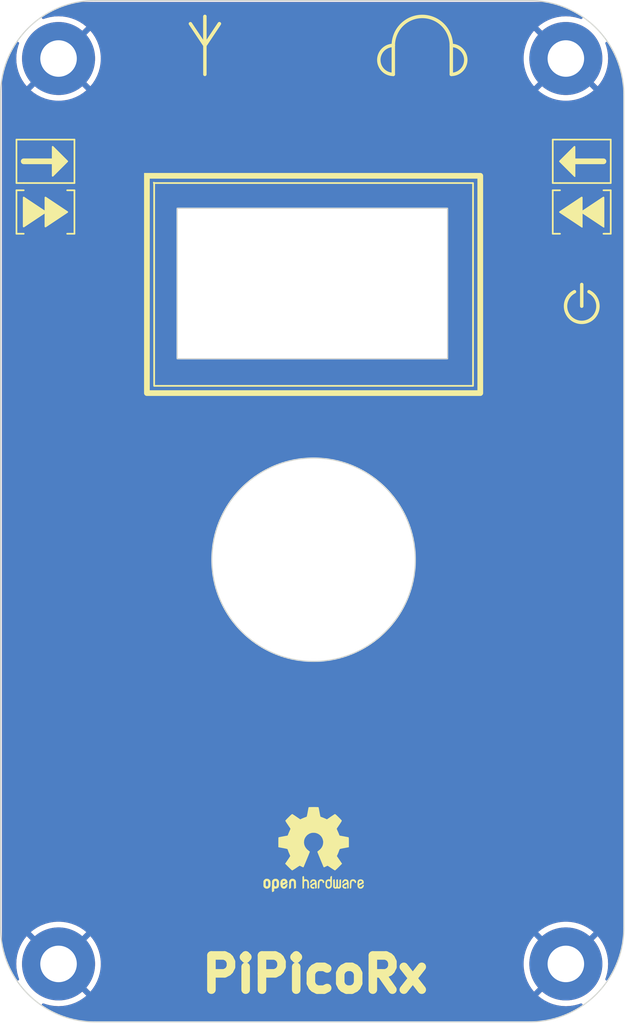
<source format=kicad_pcb>
(kicad_pcb (version 20221018) (generator pcbnew)
  (layers (0 "F.Cu" signal) (31 "B.Cu" signal) (34 "B.Paste" user) (35 "F.Paste" user) (36 "B.SilkS" user "B.Silkscreen") (37 "F.SilkS" user "F.Silkscreen") (38 "B.Mask" user) (39 "F.Mask" user) (44 "Edge.Cuts" user))
  (net 0 "")
  (net 1 "GND")
  (footprint "MountingHole:MountingHole_3.2mm_M3_Pad" (layer "F.Cu") (at 129.417834 133.227834)
    (fp_text reference "H3" hide)
    (fp_text value "MountingHole_Pad" hide)
    (pad "1" thru_hole circle (at 0 0) (size 6.4 6.4) (drill 3.2) (layers "*.Cu" "*.Mask") (net 1 "GND"))
  )
  (footprint "MountingHole:MountingHole_3.2mm_M3_Pad" (layer "F.Cu") (at 129.417834 53.852834)
    (fp_text reference "H1" hide)
    (fp_text value "MountingHole_Pad" hide)
    (pad "1" thru_hole circle (at 0 0) (size 6.4 6.4) (drill 3.2) (layers "*.Cu" "*.Mask") (net 1 "GND"))
  )
  (footprint "MountingHole:MountingHole_3.2mm_M3_Pad" (layer "F.Cu") (at 173.867834 133.227834)
    (fp_text reference "H4" hide)
    (fp_text value "MountingHole_Pad" hide)
    (pad "1" thru_hole circle (at 0 0) (size 6.4 6.4) (drill 3.2) (layers "*.Cu" "*.Mask") (net 1 "GND"))
  )
  (footprint "Symbol:OSHW-Logo2_9.8x8mm_SilkScreen" (layer "F.Cu") (at 151.765 123.19)
    (fp_text reference "REF**" hide)
    (fp_text value "OSHW-Logo2_9.8x8mm_SilkScreen" hide)
    (fp_poly (pts (xy 3.570807 2.636782) (xy 3.594161 2.646988) (xy 3.649902 2.691134) (xy 3.697569 2.754967) (xy 3.727048 2.823087) (xy 3.731846 2.85667) (xy 3.71576 2.903556) (xy 3.680475 2.928365) (xy 3.642644 2.943387) (xy 3.625321 2.946155) (xy 3.616886 2.926066) (xy 3.60023 2.882351) (xy 3.592923 2.862598) (xy 3.551948 2.794271) (xy 3.492622 2.760191) (xy 3.416552 2.761239) (xy 3.410918 2.762581) (xy 3.370305 2.781836) (xy 3.340448 2.819375) (xy 3.320055 2.879809) (xy 3.307836 2.967751) (xy 3.3025 3.087813) (xy 3.302 3.151698) (xy 3.301752 3.252403) (xy 3.300126 3.321054) (xy 3.295801 3.364673) (xy 3.287454 3.390282) (xy 3.273765 3.404903) (xy 3.253411 3.415558) (xy 3.252234 3.416095) (xy 3.213038 3.432667) (xy 3.193619 3.438769) (xy 3.190635 3.420319) (xy 3.188081 3.369323) (xy 3.18614 3.292308) (xy 3.184997 3.195805) (xy 3.184769 3.125184) (xy 3.185932 2.988525) (xy 3.190479 2.884851) (xy 3.199999 2.808108) (xy 3.216081 2.752246) (xy 3.240313 2.711212) (xy 3.274286 2.678954) (xy 3.307833 2.65644) (xy 3.388499 2.626476) (xy 3.482381 2.619718) (xy 3.570807 2.636782)) (stroke (width 0.01)) (fill solid) (layer "F.SilkS"))
    (fp_poly (pts (xy -1.728336 2.595089) (xy -1.665633 2.631358) (xy -1.622039 2.667358) (xy -1.590155 2.705075) (xy -1.56819 2.751199) (xy -1.554351 2.812421) (xy -1.546847 2.895431) (xy -1.543883 3.006919) (xy -1.543539 3.087062) (xy -1.543539 3.382065) (xy -1.709615 3.456515) (xy -1.719385 3.133402) (xy -1.723421 3.012729) (xy -1.727656 2.925141) (xy -1.732903 2.86465) (xy -1.739975 2.825268) (xy -1.749689 2.801007) (xy -1.762856 2.78588) (xy -1.767081 2.782606) (xy -1.831091 2.757034) (xy -1.895792 2.767153) (xy -1.934308 2.794) (xy -1.949975 2.813024) (xy -1.96082 2.837988) (xy -1.967712 2.875834) (xy -1.971521 2.933502) (xy -1.973117 3.017935) (xy -1.973385 3.105928) (xy -1.973437 3.216323) (xy -1.975328 3.294463) (xy -1.981655 3.347165) (xy -1.995017 3.381242) (xy -2.018015 3.403511) (xy -2.053246 3.420787) (xy -2.100303 3.438738) (xy -2.151697 3.458278) (xy -2.145579 3.111485) (xy -2.143116 2.986468) (xy -2.140233 2.894082) (xy -2.136102 2.827881) (xy -2.129893 2.78142) (xy -2.120774 2.748256) (xy -2.107917 2.721944) (xy -2.092416 2.698729) (xy -2.017629 2.624569) (xy -1.926372 2.581684) (xy -1.827117 2.571412) (xy -1.728336 2.595089)) (stroke (width 0.01)) (fill solid) (layer "F.SilkS"))
    (fp_poly (pts (xy 0.713362 2.62467) (xy 0.802117 2.657421) (xy 0.874022 2.71535) (xy 0.902144 2.756128) (xy 0.932802 2.830954) (xy 0.932165 2.885058) (xy 0.899987 2.921446) (xy 0.888081 2.927633) (xy 0.836675 2.946925) (xy 0.810422 2.941982) (xy 0.80153 2.909587) (xy 0.801077 2.891692) (xy 0.784797 2.825859) (xy 0.742365 2.779807) (xy 0.683388 2.757564) (xy 0.617475 2.763161) (xy 0.563895 2.792229) (xy 0.545798 2.80881) (xy 0.532971 2.828925) (xy 0.524306 2.859332) (xy 0.518696 2.906788) (xy 0.515035 2.97805) (xy 0.512215 3.079875) (xy 0.511484 3.112115) (xy 0.50882 3.22241) (xy 0.505792 3.300036) (xy 0.50125 3.351396) (xy 0.494046 3.38289) (xy 0.483033 3.40092) (xy 0.46706 3.411888) (xy 0.456834 3.416733) (xy 0.413406 3.433301) (xy 0.387842 3.438769) (xy 0.379395 3.420507) (xy 0.374239 3.365296) (xy 0.372346 3.272499) (xy 0.373689 3.141478) (xy 0.374107 3.121269) (xy 0.377058 3.001733) (xy 0.380548 2.914449) (xy 0.385514 2.852591) (xy 0.392893 2.809336) (xy 0.403624 2.77786) (xy 0.418645 2.751339) (xy 0.426502 2.739975) (xy 0.471553 2.689692) (xy 0.52194 2.650581) (xy 0.528108 2.647167) (xy 0.618458 2.620212) (xy 0.713362 2.62467)) (stroke (width 0.01)) (fill solid) (layer "F.SilkS"))
    (fp_poly (pts (xy -0.840154 2.49212) (xy -0.834428 2.57198) (xy -0.827851 2.619039) (xy -0.818738 2.639566) (xy -0.805402 2.639829) (xy -0.801077 2.637378) (xy -0.743556 2.619636) (xy -0.668732 2.620672) (xy -0.592661 2.63891) (xy -0.545082 2.662505) (xy -0.496298 2.700198) (xy -0.460636 2.742855) (xy -0.436155 2.797057) (xy -0.420913 2.869384) (xy -0.41297 2.966419) (xy -0.410384 3.094742) (xy -0.410338 3.119358) (xy -0.410308 3.39587) (xy -0.471839 3.41732) (xy -0.515541 3.431912) (xy -0.539518 3.438706) (xy -0.540223 3.438769) (xy -0.542585 3.420345) (xy -0.544594 3.369526) (xy -0.546099 3.292993) (xy -0.546947 3.19743) (xy -0.547077 3.139329) (xy -0.547349 3.024771) (xy -0.548748 2.942667) (xy -0.552151 2.886393) (xy -0.558433 2.849326) (xy -0.568471 2.824844) (xy -0.583139 2.806325) (xy -0.592298 2.797406) (xy -0.655211 2.761466) (xy -0.723864 2.758775) (xy -0.786152 2.78917) (xy -0.797671 2.800144) (xy -0.814567 2.820779) (xy -0.826286 2.845256) (xy -0.833767 2.880647) (xy -0.837946 2.934026) (xy -0.839763 3.012466) (xy -0.840154 3.120617) (xy -0.840154 3.39587) (xy -0.901685 3.41732) (xy -0.945387 3.431912) (xy -0.969364 3.438706) (xy -0.97007 3.438769) (xy -0.971874 3.420069) (xy -0.9735 3.367322) (xy -0.974883 3.285557) (xy -0.975958 3.179805) (xy -0.97666 3.055094) (xy -0.976923 2.916455) (xy -0.976923 2.381806) (xy -0.849923 2.328236) (xy -0.840154 2.49212)) (stroke (width 0.01)) (fill solid) (layer "F.SilkS"))
    (fp_poly (pts (xy 2.395929 2.636662) (xy 2.398911 2.688068) (xy 2.401247 2.766192) (xy 2.402749 2.864857) (xy 2.403231 2.968343) (xy 2.403231 3.318533) (xy 2.341401 3.380363) (xy 2.298793 3.418462) (xy 2.26139 3.433895) (xy 2.21027 3.432918) (xy 2.189978 3.430433) (xy 2.126554 3.4232) (xy 2.074095 3.419055) (xy 2.061308 3.418672) (xy 2.018199 3.421176) (xy 1.956544 3.427462) (xy 1.932638 3.430433) (xy 1.873922 3.435028) (xy 1.834464 3.425046) (xy 1.795338 3.394228) (xy 1.781215 3.380363) (xy 1.719385 3.318533) (xy 1.719385 2.663503) (xy 1.76915 2.640829) (xy 1.812002 2.624034) (xy 1.837073 2.618154) (xy 1.843501 2.636736) (xy 1.849509 2.688655) (xy 1.854697 2.768172) (xy 1.858664 2.869546) (xy 1.860577 2.955192) (xy 1.865923 3.292231) (xy 1.91256 3.298825) (xy 1.954976 3.294214) (xy 1.97576 3.279287) (xy 1.98157 3.251377) (xy 1.98653 3.191925) (xy 1.990246 3.108466) (xy 1.992324 3.008532) (xy 1.992624 2.957104) (xy 1.992923 2.661054) (xy 2.054454 2.639604) (xy 2.098004 2.62502) (xy 2.121694 2.618219) (xy 2.122377 2.618154) (xy 2.124754 2.636642) (xy 2.127366 2.687906) (xy 2.129995 2.765649) (xy 2.132421 2.863574) (xy 2.134115 2.955192) (xy 2.139461 3.292231) (xy 2.256692 3.292231) (xy 2.262072 2.984746) (xy 2.267451 2.677261) (xy 2.324601 2.647707) (xy 2.366797 2.627413) (xy 2.39177 2.618204) (xy 2.392491 2.618154) (xy 2.395929 2.636662)) (stroke (width 0.01)) (fill solid) (layer "F.SilkS"))
    (fp_poly (pts (xy -3.983114 2.587256) (xy -3.891536 2.635409) (xy -3.823951 2.712905) (xy -3.799943 2.762727) (xy -3.781262 2.837533) (xy -3.771699 2.932052) (xy -3.770792 3.03521) (xy -3.778079 3.135935) (xy -3.793097 3.223153) (xy -3.815385 3.285791) (xy -3.822235 3.296579) (xy -3.903368 3.377105) (xy -3.999734 3.425336) (xy -4.104299 3.43945) (xy -4.210032 3.417629) (xy -4.239457 3.404547) (xy -4.296759 3.364231) (xy -4.34705 3.310775) (xy -4.351803 3.303995) (xy -4.371122 3.271321) (xy -4.383892 3.236394) (xy -4.391436 3.190414) (xy -4.395076 3.124584) (xy -4.396135 3.030105) (xy -4.396154 3.008923) (xy -4.396106 3.002182) (xy -4.200769 3.002182) (xy -4.199632 3.091349) (xy -4.195159 3.15052) (xy -4.185754 3.188741) (xy -4.169824 3.215053) (xy -4.161692 3.223846) (xy -4.114942 3.257261) (xy -4.069553 3.255737) (xy -4.02366 3.226752) (xy -3.996288 3.195809) (xy -3.980077 3.150643) (xy -3.970974 3.07942) (xy -3.970349 3.071114) (xy -3.968796 2.942037) (xy -3.985035 2.846172) (xy -4.018848 2.784107) (xy -4.070016 2.756432) (xy -4.08828 2.754923) (xy -4.13624 2.762513) (xy -4.169047 2.788808) (xy -4.189105 2.839095) (xy -4.198822 2.918664) (xy -4.200769 3.002182) (xy -4.396106 3.002182) (xy -4.395426 2.908249) (xy -4.392371 2.837906) (xy -4.385678 2.789163) (xy -4.37404 2.753288) (xy -4.356147 2.721548) (xy -4.352192 2.715648) (xy -4.285733 2.636104) (xy -4.213315 2.589929) (xy -4.125151 2.571599) (xy -4.095213 2.570703) (xy -3.983114 2.587256)) (stroke (width 0.01)) (fill solid) (layer "F.SilkS"))
    (fp_poly (pts (xy 4.245224 2.647838) (xy 4.322528 2.698361) (xy 4.359814 2.74359) (xy 4.389353 2.825663) (xy 4.391699 2.890607) (xy 4.386385 2.977445) (xy 4.186115 3.065103) (xy 4.088739 3.109887) (xy 4.025113 3.145913) (xy 3.992029 3.177117) (xy 3.98628 3.207436) (xy 4.004658 3.240805) (xy 4.024923 3.262923) (xy 4.083889 3.298393) (xy 4.148024 3.300879) (xy 4.206926 3.273235) (xy 4.250197 3.21832) (xy 4.257936 3.198928) (xy 4.295006 3.138364) (xy 4.337654 3.112552) (xy 4.396154 3.090471) (xy 4.396154 3.174184) (xy 4.390982 3.23115) (xy 4.370723 3.279189) (xy 4.328262 3.334346) (xy 4.321951 3.341514) (xy 4.27472 3.390585) (xy 4.234121 3.41692) (xy 4.183328 3.429035) (xy 4.14122 3.433003) (xy 4.065902 3.433991) (xy 4.012286 3.421466) (xy 3.978838 3.402869) (xy 3.926268 3.361975) (xy 3.889879 3.317748) (xy 3.86685 3.262126) (xy 3.854359 3.187047) (xy 3.849587 3.084449) (xy 3.849206 3.032376) (xy 3.850501 2.969948) (xy 3.968471 2.969948) (xy 3.969839 3.003438) (xy 3.973249 3.008923) (xy 3.995753 3.001472) (xy 4.044182 2.981753) (xy 4.108908 2.953718) (xy 4.122443 2.947692) (xy 4.204244 2.906096) (xy 4.249312 2.869538) (xy 4.259217 2.835296) (xy 4.235526 2.800648) (xy 4.21596 2.785339) (xy 4.14536 2.754721) (xy 4.07928 2.75978) (xy 4.023959 2.797151) (xy 3.985636 2.863473) (xy 3.973349 2.916116) (xy 3.968471 2.969948) (xy 3.850501 2.969948) (xy 3.85173 2.91072) (xy 3.861032 2.82071) (xy 3.87946 2.755167) (xy 3.90936 2.706912) (xy 3.95308 2.668767) (xy 3.972141 2.65644) (xy 4.058726 2.624336) (xy 4.153522 2.622316) (xy 4.245224 2.647838)) (stroke (width 0.01)) (fill solid) (layer "F.SilkS"))
    (fp_poly (pts (xy 1.602081 2.780289) (xy 1.601833 2.92632) (xy 1.600872 3.038655) (xy 1.598794 3.122678) (xy 1.595193 3.183769) (xy 1.589665 3.227309) (xy 1.581804 3.258679) (xy 1.571207 3.283262) (xy 1.563182 3.297294) (xy 1.496728 3.373388) (xy 1.41247 3.421084) (xy 1.319249 3.438199) (xy 1.2259 3.422546) (xy 1.170312 3.394418) (xy 1.111957 3.34576) (xy 1.072186 3.286333) (xy 1.04819 3.208507) (xy 1.037161 3.104652) (xy 1.035599 3.028462) (xy 1.035809 3.022986) (xy 1.172308 3.022986) (xy 1.173141 3.110355) (xy 1.176961 3.168192) (xy 1.185746 3.206029) (xy 1.201474 3.233398) (xy 1.220266 3.254042) (xy 1.283375 3.29389) (xy 1.351137 3.297295) (xy 1.415179 3.264025) (xy 1.420164 3.259517) (xy 1.441439 3.236067) (xy 1.454779 3.208166) (xy 1.462001 3.166641) (xy 1.464923 3.102316) (xy 1.465385 3.0312) (xy 1.464383 2.941858) (xy 1.460238 2.882258) (xy 1.451236 2.843089) (xy 1.435667 2.81504) (xy 1.422902 2.800144) (xy 1.3636 2.762575) (xy 1.295301 2.758057) (xy 1.23011 2.786753) (xy 1.217528 2.797406) (xy 1.196111 2.821063) (xy 1.182744 2.849251) (xy 1.175566 2.891245) (xy 1.172719 2.956319) (xy 1.172308 3.022986) (xy 1.035809 3.022986) (xy 1.040322 2.905765) (xy 1.056362 2.813577) (xy 1.086528 2.744269) (xy 1.133629 2.690211) (xy 1.170312 2.662505) (xy 1.23699 2.632572) (xy 1.314272 2.618678) (xy 1.38611 2.622397) (xy 1.426308 2.6374) (xy 1.442082 2.64167) (xy 1.45255 2.62575) (xy 1.459856 2.583089) (xy 1.465385 2.518106) (xy 1.471437 2.445732) (xy 1.479844 2.402187) (xy 1.495141 2.377287) (xy 1.521864 2.360845) (xy 1.538654 2.353564) (xy 1.602154 2.326963) (xy 1.602081 2.780289)) (stroke (width 0.01)) (fill solid) (layer "F.SilkS"))
    (fp_poly (pts (xy -2.465746 2.599745) (xy -2.388714 2.651567) (xy -2.329184 2.726412) (xy -2.293622 2.821654) (xy -2.286429 2.891756) (xy -2.287246 2.921009) (xy -2.294086 2.943407) (xy -2.312888 2.963474) (xy -2.349592 2.985733) (xy -2.410138 3.014709) (xy -2.500466 3.054927) (xy -2.500923 3.055129) (xy -2.584067 3.09321) (xy -2.652247 3.127025) (xy -2.698495 3.152933) (xy -2.715842 3.167295) (xy -2.715846 3.167411) (xy -2.700557 3.198685) (xy -2.664804 3.233157) (xy -2.623758 3.25799) (xy -2.602963 3.262923) (xy -2.54623 3.245862) (xy -2.497373 3.203133) (xy -2.473535 3.156155) (xy -2.450603 3.121522) (xy -2.405682 3.082081) (xy -2.352877 3.048009) (xy -2.30629 3.02948) (xy -2.296548 3.028462) (xy -2.285582 3.045215) (xy -2.284921 3.088039) (xy -2.29298 3.145781) (xy -2.308173 3.207289) (xy -2.328914 3.261409) (xy -2.329962 3.26351) (xy -2.392379 3.35066) (xy -2.473274 3.409939) (xy -2.565144 3.439034) (xy -2.660487 3.435634) (xy -2.751802 3.397428) (xy -2.755862 3.394741) (xy -2.827694 3.329642) (xy -2.874927 3.244705) (xy -2.901066 3.133021) (xy -2.904574 3.101643) (xy -2.910787 2.953536) (xy -2.903339 2.884468) (xy -2.715846 2.884468) (xy -2.71341 2.927552) (xy -2.700086 2.940126) (xy -2.666868 2.930719) (xy -2.614506 2.908483) (xy -2.555976 2.88061) (xy -2.554521 2.879872) (xy -2.504911 2.853777) (xy -2.485 2.836363) (xy -2.48991 2.818107) (xy -2.510584 2.79412) (xy -2.563181 2.759406) (xy -2.619823 2.756856) (xy -2.670631 2.782119) (xy -2.705724 2.830847) (xy -2.715846 2.884468) (xy -2.903339 2.884468) (xy -2.898008 2.835036) (xy -2.865222 2.741055) (xy -2.819579 2.675215) (xy -2.737198 2.608681) (xy -2.646454 2.575676) (xy -2.553815 2.573573) (xy -2.465746 2.599745)) (stroke (width 0.01)) (fill solid) (layer "F.SilkS"))
    (fp_poly (pts (xy 0.053501 2.626303) (xy 0.13006 2.654733) (xy 0.130936 2.655279) (xy 0.178285 2.690127) (xy 0.213241 2.730852) (xy 0.237825 2.783925) (xy 0.254062 2.855814) (xy 0.263975 2.952992) (xy 0.269586 3.081928) (xy 0.270077 3.100298) (xy 0.277141 3.377287) (xy 0.217695 3.408028) (xy 0.174681 3.428802) (xy 0.14871 3.438646) (xy 0.147509 3.438769) (xy 0.143014 3.420606) (xy 0.139444 3.371612) (xy 0.137248 3.300031) (xy 0.136769 3.242068) (xy 0.136758 3.14817) (xy 0.132466 3.089203) (xy 0.117503 3.061079) (xy 0.085482 3.059706) (xy 0.030014 3.080998) (xy -0.053731 3.120136) (xy -0.115311 3.152643) (xy -0.146983 3.180845) (xy -0.156294 3.211582) (xy -0.156308 3.213104) (xy -0.140943 3.266054) (xy -0.095453 3.29466) (xy -0.025834 3.298803) (xy 0.024313 3.298084) (xy 0.050754 3.312527) (xy 0.067243 3.347218) (xy 0.076733 3.391416) (xy 0.063057 3.416493) (xy 0.057907 3.420082) (xy 0.009425 3.434496) (xy -0.058469 3.436537) (xy -0.128388 3.426983) (xy -0.177932 3.409522) (xy -0.24643 3.351364) (xy -0.285366 3.270408) (xy -0.293077 3.20716) (xy -0.287193 3.150111) (xy -0.265899 3.103542) (xy -0.223735 3.062181) (xy -0.155241 3.020755) (xy -0.054956 2.973993) (xy -0.048846 2.97135) (xy 0.04149 2.929617) (xy 0.097235 2.895391) (xy 0.121129 2.864635) (xy 0.115913 2.833311) (xy 0.084328 2.797383) (xy 0.074883 2.789116) (xy 0.011617 2.757058) (xy -0.053936 2.758407) (xy -0.111028 2.789838) (xy -0.148907 2.848024) (xy -0.152426 2.859446) (xy -0.1867 2.914837) (xy -0.230191 2.941518) (xy -0.293077 2.96796) (xy -0.293077 2.899548) (xy -0.273948 2.80011) (xy -0.217169 2.708902) (xy -0.187622 2.678389) (xy -0.120458 2.639228) (xy -0.035044 2.6215) (xy 0.053501 2.626303)) (stroke (width 0.01)) (fill solid) (layer "F.SilkS"))
    (fp_poly (pts (xy -3.231114 2.584505) (xy -3.156461 2.621727) (xy -3.090569 2.690261) (xy -3.072423 2.715648) (xy -3.052655 2.748866) (xy -3.039828 2.784945) (xy -3.03249 2.833098) (xy -3.029187 2.902536) (xy -3.028462 2.994206) (xy -3.031737 3.11983) (xy -3.043123 3.214154) (xy -3.064959 3.284523) (xy -3.099581 3.338286) (xy -3.14933 3.382788) (xy -3.152986 3.385423) (xy -3.202015 3.412377) (xy -3.261055 3.425712) (xy -3.336141 3.429) (xy -3.458205 3.429) (xy -3.458256 3.547497) (xy -3.459392 3.613492) (xy -3.466314 3.652202) (xy -3.484402 3.675419) (xy -3.519038 3.694933) (xy -3.527355 3.69892) (xy -3.56628 3.717603) (xy -3.596417 3.729403) (xy -3.618826 3.730422) (xy -3.634567 3.716761) (xy -3.644698 3.684522) (xy -3.650277 3.629804) (xy -3.652365 3.548711) (xy -3.652019 3.437344) (xy -3.6503 3.291802) (xy -3.649763 3.248269) (xy -3.647828 3.098205) (xy -3.646096 3.000042) (xy -3.458308 3.000042) (xy -3.457252 3.083364) (xy -3.452562 3.13788) (xy -3.441949 3.173837) (xy -3.423128 3.201482) (xy -3.41035 3.214965) (xy -3.35811 3.254417) (xy -3.311858 3.257628) (xy -3.264133 3.225049) (xy -3.262923 3.223846) (xy -3.243506 3.198668) (xy -3.231693 3.164447) (xy -3.225735 3.111748) (xy -3.22388 3.031131) (xy -3.223846 3.013271) (xy -3.22833 2.902175) (xy -3.242926 2.825161) (xy -3.26935 2.778147) (xy -3.309317 2.75705) (xy -3.332416 2.754923) (xy -3.387238 2.7649) (xy -3.424842 2.797752) (xy -3.447477 2.857857) (xy -3.457394 2.949598) (xy -3.458308 3.000042) (xy -3.646096 3.000042) (xy -3.645778 2.98206) (xy -3.643127 2.894679) (xy -3.639394 2.830905) (xy -3.634093 2.785582) (xy -3.626742 2.753555) (xy -3.616857 2.729668) (xy -3.603954 2.708764) (xy -3.598421 2.700898) (xy -3.525031 2.626595) (xy -3.43224 2.584467) (xy -3.324904 2.572722) (xy -3.231114 2.584505)) (stroke (width 0.01)) (fill solid) (layer "F.SilkS"))
    (fp_poly (pts (xy 2.887333 2.633528) (xy 2.94359 2.659117) (xy 2.987747 2.690124) (xy 3.020101 2.724795) (xy 3.042438 2.76952) (xy 3.056546 2.830692) (xy 3.064211 2.914701) (xy 3.06722 3.02794) (xy 3.067538 3.102509) (xy 3.067538 3.39342) (xy 3.017773 3.416095) (xy 2.978576 3.432667) (xy 2.959157 3.438769) (xy 2.955442 3.42061) (xy 2.952495 3.371648) (xy 2.950691 3.300153) (xy 2.950308 3.243385) (xy 2.948661 3.161371) (xy 2.944222 3.096309) (xy 2.93774 3.056467) (xy 2.93259 3.048) (xy 2.897977 3.056646) (xy 2.84364 3.078823) (xy 2.780722 3.108886) (xy 2.720368 3.141192) (xy 2.673721 3.170098) (xy 2.651926 3.189961) (xy 2.651839 3.190175) (xy 2.653714 3.226935) (xy 2.670525 3.262026) (xy 2.700039 3.290528) (xy 2.743116 3.300061) (xy 2.779932 3.29895) (xy 2.832074 3.298133) (xy 2.859444 3.310349) (xy 2.875882 3.342624) (xy 2.877955 3.34871) (xy 2.885081 3.394739) (xy 2.866024 3.422687) (xy 2.816353 3.436007) (xy 2.762697 3.43847) (xy 2.666142 3.42021) (xy 2.616159 3.394131) (xy 2.554429 3.332868) (xy 2.52169 3.25767) (xy 2.518753 3.178211) (xy 2.546424 3.104167) (xy 2.588047 3.057769) (xy 2.629604 3.031793) (xy 2.694922 2.998907) (xy 2.771038 2.965557) (xy 2.783726 2.960461) (xy 2.867333 2.923565) (xy 2.91553 2.891046) (xy 2.93103 2.858718) (xy 2.91655 2.822394) (xy 2.891692 2.794) (xy 2.832939 2.759039) (xy 2.768293 2.756417) (xy 2.709008 2.783358) (xy 2.666339 2.837088) (xy 2.660739 2.85095) (xy 2.628133 2.901936) (xy 2.58053 2.939787) (xy 2.520461 2.97085) (xy 2.520461 2.882768) (xy 2.523997 2.828951) (xy 2.539156 2.786534) (xy 2.572768 2.741279) (xy 2.605035 2.70642) (xy 2.655209 2.657062) (xy 2.694193 2.630547) (xy 2.736064 2.619911) (xy 2.78346 2.618154) (xy 2.887333 2.633528)) (stroke (width 0.01)) (fill solid) (layer "F.SilkS"))
    (fp_poly (pts (xy 0.139878 -3.712224) (xy 0.245612 -3.711645) (xy 0.322132 -3.710078) (xy 0.374372 -3.707028) (xy 0.407263 -3.702004) (xy 0.425737 -3.694511) (xy 0.434727 -3.684056) (xy 0.439163 -3.670147) (xy 0.439594 -3.668346) (xy 0.446333 -3.635855) (xy 0.458808 -3.571748) (xy 0.475719 -3.482849) (xy 0.495771 -3.375981) (xy 0.517664 -3.257967) (xy 0.518429 -3.253822) (xy 0.540359 -3.138169) (xy 0.560877 -3.035986) (xy 0.578659 -2.953402) (xy 0.592381 -2.896544) (xy 0.600718 -2.871542) (xy 0.601116 -2.871099) (xy 0.625677 -2.85889) (xy 0.676315 -2.838544) (xy 0.742095 -2.814455) (xy 0.742461 -2.814326) (xy 0.825317 -2.783182) (xy 0.923 -2.743509) (xy 1.015077 -2.703619) (xy 1.019434 -2.701647) (xy 1.169407 -2.63358) (xy 1.501498 -2.860361) (xy 1.603374 -2.929496) (xy 1.695657 -2.991303) (xy 1.773003 -3.042267) (xy 1.830064 -3.078873) (xy 1.861495 -3.097606) (xy 1.864479 -3.098996) (xy 1.887321 -3.09281) (xy 1.929982 -3.062965) (xy 1.994128 -3.008053) (xy 2.081421 -2.926666) (xy 2.170535 -2.840078) (xy 2.256441 -2.754753) (xy 2.333327 -2.676892) (xy 2.396564 -2.611303) (xy 2.441523 -2.562795) (xy 2.463576 -2.536175) (xy 2.464396 -2.534805) (xy 2.466834 -2.516537) (xy 2.45765 -2.486705) (xy 2.434574 -2.441279) (xy 2.395337 -2.37623) (xy 2.33767 -2.28753) (xy 2.260795 -2.173343) (xy 2.19257 -2.072838) (xy 2.131582 -1.982697) (xy 2.081356 -1.908151) (xy 2.045416 -1.854435) (xy 2.027287 -1.826782) (xy 2.026146 -1.824905) (xy 2.028359 -1.79841) (xy 2.045138 -1.746914) (xy 2.073142 -1.680149) (xy 2.083122 -1.658828) (xy 2.126672 -1.563841) (xy 2.173134 -1.456063) (xy 2.210877 -1.362808) (xy 2.238073 -1.293594) (xy 2.259675 -1.240994) (xy 2.272158 -1.213503) (xy 2.273709 -1.211384) (xy 2.296668 -1.207876) (xy 2.350786 -1.198262) (xy 2.428868 -1.183911) (xy 2.523719 -1.166193) (xy 2.628143 -1.146475) (xy 2.734944 -1.126126) (xy 2.836926 -1.106514) (xy 2.926894 -1.089009) (xy 2.997653 -1.074978) (xy 3.042006 -1.065791) (xy 3.052885 -1.063193) (xy 3.064122 -1.056782) (xy 3.072605 -1.042303) (xy 3.078714 -1.014867) (xy 3.082832 -0.969589) (xy 3.085341 -0.90158) (xy 3.086621 -0.805953) (xy 3.087054 -0.67782) (xy 3.087077 -0.625299) (xy 3.087077 -0.198155) (xy 2.9845 -0.177909) (xy 2.927431 -0.16693) (xy 2.842269 -0.150905) (xy 2.739372 -0.131767) (xy 2.629096 -0.111449) (xy 2.598615 -0.105868) (xy 2.496855 -0.086083) (xy 2.408205 -0.066627) (xy 2.340108 -0.049303) (xy 2.300004 -0.035912) (xy 2.293323 -0.031921) (xy 2.276919 -0.003658) (xy 2.253399 0.051109) (xy 2.227316 0.121588) (xy 2.222142 0.136769) (xy 2.187956 0.230896) (xy 2.145523 0.337101) (xy 2.103997 0.432473) (xy 2.103792 0.432916) (xy 2.03464 0.582525) (xy 2.489512 1.251617) (xy 2.1975 1.544116) (xy 2.10918 1.63117) (xy 2.028625 1.707909) (xy 1.96036 1.770237) (xy 1.908908 1.814056) (xy 1.878794 1.83527) (xy 1.874474 1.836616) (xy 1.849111 1.826016) (xy 1.797358 1.796547) (xy 1.724868 1.751705) (xy 1.637294 1.694984) (xy 1.542612 1.631462) (xy 1.446516 1.566668) (xy 1.360837 1.510287) (xy 1.291016 1.465788) (xy 1.242494 1.436639) (xy 1.220782 1.426308) (xy 1.194293 1.43505) (xy 1.144062 1.458087) (xy 1.080451 1.490631) (xy 1.073708 1.494249) (xy 0.988046 1.53721) (xy 0.929306 1.558279) (xy 0.892772 1.558503) (xy 0.873731 1.538928) (xy 0.87362 1.538654) (xy 0.864102 1.515472) (xy 0.841403 1.460441) (xy 0.807282 1.377822) (xy 0.7635 1.271872) (xy 0.711816 1.146852) (xy 0.653992 1.00702) (xy 0.597991 0.871637) (xy 0.536447 0.722234) (xy 0.479939 0.583832) (xy 0.430161 0.460673) (xy 0.388806 0.357002) (xy 0.357568 0.277059) (xy 0.338141 0.225088) (xy 0.332154 0.205692) (xy 0.347168 0.183443) (xy 0.386439 0.147982) (xy 0.438807 0.108887) (xy 0.587941 -0.014755) (xy 0.704511 -0.156478) (xy 0.787118 -0.313296) (xy 0.834366 -0.482225) (xy 0.844857 -0.660278) (xy 0.837231 -0.742461) (xy 0.795682 -0.912969) (xy 0.724123 -1.063541) (xy 0.626995 -1.192691) (xy 0.508734 -1.298936) (xy 0.37378 -1.38079) (xy 0.226571 -1.436768) (xy 0.071544 -1.465385) (xy -0.086861 -1.465156) (xy -0.244206 -1.434595) (xy -0.396054 -1.372218) (xy -0.537965 -1.27654) (xy -0.597197 -1.222428) (xy -0.710797 -1.08348) (xy -0.789894 -0.931639) (xy -0.835014 -0.771333) (xy -0.846684 -0.606988) (xy -0.825431 -0.443029) (xy -0.77178 -0.283882) (xy -0.68626 -0.133975) (xy -0.569395 0.002267) (xy -0.438807 0.108887) (xy -0.384412 0.149642) (xy -0.345986 0.184718) (xy -0.332154 0.205726) (xy -0.339397 0.228635) (xy -0.359995 0.283365) (xy -0.392254 0.365672) (xy -0.434479 0.471315) (xy -0.484977 0.59605) (xy -0.542052 0.735636) (xy -0.598146 0.87167) (xy -0.660033 1.021201) (xy -0.717356 1.159767) (xy -0.768356 1.283107) (xy -0.811273 1.386964) (xy -0.844347 1.46708) (xy -0.865819 1.519195) (xy -0.873775 1.538654) (xy -0.892571 1.558423) (xy -0.928926 1.558365) (xy -0.987521 1.537441) (xy -1.073032 1.494613) (xy -1.073708 1.494249) (xy -1.138093 1.461012) (xy -1.190139 1.436802) (xy -1.219488 1.426404) (xy -1.220783 1.426308) (xy -1.242876 1.436855) (xy -1.291652 1.466184) (xy -1.361669 1.510827) (xy -1.447486 1.567314) (xy -1.542612 1.631462) (xy -1.63946 1.696411) (xy -1.726747 1.752896) (xy -1.798819 1.797421) (xy -1.850023 1.82649) (xy -1.874474 1.836616) (xy -1.89699 1.823307) (xy -1.942258 1.786112) (xy -2.005756 1.729128) (xy -2.082961 1.656449) (xy -2.169349 1.572171) (xy -2.197601 1.544016) (xy -2.489713 1.251416) (xy -2.267369 0.925104) (xy -2.199798 0.824897) (xy -2.140493 0.734963) (xy -2.092783 0.66051) (xy -2.059993 0.606751) (xy -2.045452 0.578894) (xy -2.045026 0.576912) (xy -2.052692 0.550655) (xy -2.073311 0.497837) (xy -2.103315 0.42731) (xy -2.124375 0.380093) (xy -2.163752 0.289694) (xy -2.200835 0.198366) (xy -2.229585 0.1212) (xy -2.237395 0.097692) (xy -2.259583 0.034916) (xy -2.281273 -0.013589) (xy -2.293187 -0.031921) (xy -2.319477 -0.043141) (xy -2.376858 -0.059046) (xy -2.457882 -0.077833) (xy -2.555105 -0.097701) (xy -2.598615 -0.105868) (xy -2.709104 -0.126171) (xy -2.815084 -0.14583) (xy -2.906199 -0.162912) (xy -2.972092 -0.175482) (xy -2.9845 -0.177909) (xy -3.087077 -0.198155) (xy -3.087077 -0.625299) (xy -3.086847 -0.765754) (xy -3.085901 -0.872021) (xy -3.083859 -0.948987) (xy -3.080338 -1.00154) (xy -3.074957 -1.034567) (xy -3.067334 -1.052955) (xy -3.057088 -1.061592) (xy -3.052885 -1.063193) (xy -3.02753 -1.068873) (xy -2.971516 -1.080205) (xy -2.892036 -1.095821) (xy -2.796288 -1.114353) (xy -2.691467 -1.134431) (xy -2.584768 -1.154688) (xy -2.483387 -1.173754) (xy -2.394521 -1.190261) (xy -2.325363 -1.202841) (xy -2.283111 -1.210125) (xy -2.27371 -1.211384) (xy -2.265193 -1.228237) (xy -2.24634 -1.27313) (xy -2.220676 -1.33757) (xy -2.210877 -1.362808) (xy -2.171352 -1.460314) (xy -2.124808 -1.568041) (xy -2.083123 -1.658828) (xy -2.05245 -1.728247) (xy -2.032044 -1.78529) (xy -2.025232 -1.820223) (xy -2.026318 -1.824905) (xy -2.040715 -1.847009) (xy -2.073588 -1.896169) (xy -2.12141 -1.967152) (xy -2.180652 -2.054722) (xy -2.247785 -2.153643) (xy -2.261059 -2.17317) (xy -2.338954 -2.28886) (xy -2.396213 -2.376956) (xy -2.435119 -2.441514) (xy -2.457956 -2.486589) (xy -2.467006 -2.516237) (xy -2.464552 -2.534515) (xy -2.464489 -2.534631) (xy -2.445173 -2.558639) (xy -2.402449 -2.605053) (xy -2.340949 -2.669063) (xy -2.265302 -2.745855) (xy -2.180139 -2.830618) (xy -2.170535 -2.840078) (xy -2.06321 -2.944011) (xy -1.980385 -3.020325) (xy -1.920395 -3.070429) (xy -1.881577 -3.09573) (xy -1.86448 -3.098996) (xy -1.839527 -3.08475) (xy -1.787745 -3.051844) (xy -1.71448 -3.003792) (xy -1.62508 -2.94411) (xy -1.524889 -2.876312) (xy -1.501499 -2.860361) (xy -1.169407 -2.63358) (xy -1.019435 -2.701647) (xy -0.92823 -2.741315) (xy -0.830331 -2.781209) (xy -0.746169 -2.813017) (xy -0.742462 -2.814326) (xy -0.676631 -2.838424) (xy -0.625884 -2.8588) (xy -0.601158 -2.871064) (xy -0.601116 -2.871099) (xy -0.593271 -2.893266) (xy -0.579934 -2.947783) (xy -0.56243 -3.02852) (xy -0.542083 -3.12935) (xy -0.520218 -3.244144) (xy -0.518429 -3.253822) (xy -0.496496 -3.372096) (xy -0.47636 -3.479458) (xy -0.45932 -3.569083) (xy -0.446672 -3.634149) (xy -0.439716 -3.667832) (xy -0.439594 -3.668346) (xy -0.435361 -3.682675) (xy -0.427129 -3.693493) (xy -0.409967 -3.701294) (xy -0.378942 -3.706571) (xy -0.329122 -3.709818) (xy -0.255576 -3.711528) (xy -0.153371 -3.712193) (xy -0.017575 -3.712307) (xy 0 -3.712308) (xy 0.139878 -3.712224)) (stroke (width 0.01)) (fill solid) (layer "F.SilkS"))
  )
  (footprint "MountingHole:MountingHole_3.2mm_M3_Pad" (layer "F.Cu") (at 173.867834 53.852834)
    (fp_text reference "H2" hide)
    (fp_text value "MountingHole_Pad" hide)
    (pad "1" thru_hole circle (at 0 0) (size 6.4 6.4) (drill 3.2) (layers "*.Cu" "*.Mask") (net 1 "GND"))
  )
  (gr_line (start 172.72 64.77) (end 172.72 60.96) (stroke (width 0.15)) (layer "F.SilkS"))
  (gr_poly (pts (xy 174.625 61.595) (xy 174.625 64.135) (xy 173.355 62.865)) (stroke (width 0.15)) (fill solid) (layer "F.SilkS"))
  (gr_line (start 172.72 60.96) (end 173.355 60.96) (stroke (width 0.15)) (layer "F.SilkS"))
  (gr_rect (start 137.16 64.135) (end 166.37 83.185) (stroke (width 0.5)) (fill none) (layer "F.SilkS"))
  (gr_line (start 177.8 69.215) (end 177.8 65.405) (stroke (width 0.15)) (layer "F.SilkS"))
  (gr_line (start 130.81 60.96) (end 130.81 64.77) (stroke (width 0.15)) (layer "F.SilkS"))
  (gr_line (start 177.165 69.215) (end 177.8 69.215) (stroke (width 0.15)) (layer "F.SilkS"))
  (gr_line (start 126.365 60.96) (end 130.81 60.96) (stroke (width 0.15)) (layer "F.SilkS"))
  (gr_line (start 177.8 64.77) (end 173.355 64.77) (stroke (width 0.15)) (layer "F.SilkS"))
  (gr_line (start 172.72 69.215) (end 173.355 69.215) (stroke (width 0.15)) (layer "F.SilkS"))
  (gr_line (start 173.355 60.96) (end 177.8 60.96) (stroke (width 0.15)) (layer "F.SilkS"))
  (gr_poly (pts (xy 177.165 66.04) (xy 177.165 68.58) (xy 175.26 67.31)) (stroke (width 0.15)) (fill solid) (layer "F.SilkS"))
  (gr_poly (pts (xy 128.905 61.595) (xy 128.905 64.135) (xy 130.175 62.865)) (stroke (width 0.15)) (fill solid) (layer "F.SilkS"))
  (gr_line (start 172.72 65.405) (end 172.72 69.215) (stroke (width 0.15)) (layer "F.SilkS"))
  (gr_line (start 142.24 50.165) (end 142.24 52.705) (stroke (width 0.3)) (layer "F.SilkS"))
  (gr_line (start 143.51 50.8) (end 142.24 52.705) (stroke (width 0.3)) (layer "F.SilkS"))
  (gr_line (start 142.24 52.705) (end 140.97 50.8) (stroke (width 0.3)) (layer "F.SilkS"))
  (gr_arc (start 175.895 74.295) (mid 175.26 76.984901) (end 174.625 74.295) (stroke (width 0.3)) (layer "F.SilkS"))
  (gr_arc (start 158.75 55.245) (mid 157.48 53.975) (end 158.75 52.705) (stroke (width 0.3)) (layer "F.SilkS"))
  (gr_line (start 142.24 52.705) (end 143.51 50.8) (stroke (width 0.3)) (layer "F.SilkS"))
  (gr_line (start 173.355 65.405) (end 172.72 65.405) (stroke (width 0.15)) (layer "F.SilkS"))
  (gr_line (start 126.365 62.865) (end 128.905 62.865) (stroke (width 0.5)) (layer "F.SilkS"))
  (gr_line (start 163.83 55.245) (end 163.83 52.705) (stroke (width 0.3)) (layer "F.SilkS"))
  (gr_line (start 126.365 65.405) (end 125.73 65.405) (stroke (width 0.15)) (layer "F.SilkS"))
  (gr_poly (pts (xy 175.26 66.04) (xy 175.26 68.58) (xy 173.355 67.31)) (stroke (width 0.15)) (fill solid) (layer "F.SilkS"))
  (gr_line (start 126.365 64.77) (end 125.73 64.77) (stroke (width 0.15)) (layer "F.SilkS"))
  (gr_line (start 177.8 60.96) (end 177.8 64.77) (stroke (width 0.15)) (layer "F.SilkS"))
  (gr_line (start 158.75 55.245) (end 158.75 52.705) (stroke (width 0.3)) (layer "F.SilkS"))
  (gr_line (start 174.625 62.865) (end 177.165 62.865) (stroke (width 0.5)) (layer "F.SilkS"))
  (gr_line (start 142.24 55.245) (end 142.24 50.165) (stroke (width 0.3)) (layer "F.SilkS"))
  (gr_line (start 125.73 65.405) (end 125.73 69.215) (stroke (width 0.15)) (layer "F.SilkS"))
  (gr_rect (start 137.795 64.77) (end 165.735 82.55) (stroke (width 0.15)) (fill none) (layer "F.SilkS"))
  (gr_rect (start 137.7696 64.7446) (end 137.795 64.77) (stroke (width 0.15)) (fill none) (layer "F.SilkS"))
  (gr_line (start 130.81 69.215) (end 130.81 65.405) (stroke (width 0.15)) (layer "F.SilkS"))
  (gr_line (start 173.355 64.77) (end 172.72 64.77) (stroke (width 0.15)) (layer "F.SilkS"))
  (gr_line (start 130.175 69.215) (end 130.81 69.215) (stroke (width 0.15)) (layer "F.SilkS"))
  (gr_line (start 177.8 65.405) (end 177.165 65.405) (stroke (width 0.15)) (layer "F.SilkS"))
  (gr_line (start 175.26 75.564999) (end 175.26 73.66) (stroke (width 0.3)) (layer "F.SilkS"))
  (gr_line (start 125.73 69.215) (end 126.365 69.215) (stroke (width 0.15)) (layer "F.SilkS"))
  (gr_poly (pts (xy 126.365 66.04) (xy 126.365 68.58) (xy 128.27 67.31)) (stroke (width 0.15)) (fill solid) (layer "F.SilkS"))
  (gr_line (start 125.73 64.77) (end 125.73 60.96) (stroke (width 0.15)) (layer "F.SilkS"))
  (gr_line (start 130.81 65.405) (end 130.175 65.405) (stroke (width 0.15)) (layer "F.SilkS"))
  (gr_line (start 125.73 60.96) (end 126.365 60.96) (stroke (width 0.15)) (layer "F.SilkS"))
  (gr_poly (pts (xy 128.27 66.04) (xy 128.27 68.58) (xy 130.175 67.31)) (stroke (width 0.15)) (fill solid) (layer "F.SilkS"))
  (gr_arc (start 158.75 52.705) (mid 161.29 50.165) (end 163.83 52.705) (stroke (width 0.3)) (layer "F.SilkS"))
  (gr_line (start 130.81 64.77) (end 126.365 64.77) (stroke (width 0.15)) (layer "F.SilkS"))
  (gr_arc (start 163.83 52.705) (mid 165.1 53.975) (end 163.83 55.245) (stroke (width 0.3)) (layer "F.SilkS"))
  (gr_arc (start 178.947834 130.052834) (mid 176.529991 135.889991) (end 170.692834 138.307834) (stroke (width 0.1)) (layer "Edge.Cuts"))
  (gr_line (start 132.592834 48.772834) (end 170.692834 48.772834) (stroke (width 0.1)) (layer "Edge.Cuts"))
  (gr_rect (start 139.807834 66.977834) (end 163.507834 80.177834) (stroke (width 0.1)) (fill none) (layer "Edge.Cuts"))
  (gr_arc (start 124.337834 57.027834) (mid 126.755669 51.190669) (end 132.592834 48.772834) (stroke (width 0.1)) (layer "Edge.Cuts"))
  (gr_line (start 132.592834 138.307834) (end 170.692834 138.307834) (stroke (width 0.1)) (layer "Edge.Cuts"))
  (gr_line (start 124.337834 57.027834) (end 124.337834 130.052834) (stroke (width 0.1)) (layer "Edge.Cuts"))
  (gr_arc (start 132.592834 138.307834) (mid 126.755634 135.890015) (end 124.337834 130.052834) (stroke (width 0.1)) (layer "Edge.Cuts"))
  (gr_circle (center 151.765 97.79) (end 160.655 97.155) (stroke (width 0.1)) (fill none) (layer "Edge.Cuts"))
  (gr_arc (start 170.692834 48.772834) (mid 176.529966 51.190682) (end 178.947834 57.027834) (stroke (width 0.1)) (layer "Edge.Cuts"))
  (gr_line (start 178.947834 57.027834) (end 178.947834 130.052834) (stroke (width 0.1)) (layer "Edge.Cuts"))
  (gr_text "PiPicoRx" (at 141.605 135.89) (layer "F.SilkS") (effects (font (size 3 3) (thickness 0.75) bold) (justify left bottom)))
  (zone (net 1) (net_name "GND") (layers "F&B.Cu") (priority 1) (connect_pads (clearance 0.5)) (min_thickness 0.25) (fill yes (thermal_gap 0.5) (thermal_bridge_width 0.5))
    (polygon (pts (xy 132.08 48.895) (xy 124.46 48.895) (xy 124.46 56.515) (xy 124.46 130.175) (xy 124.46 138.43) (xy 132.08 138.43) (xy 171.45 138.43) (xy 179.07 138.43) (xy 179.07 130.175) (xy 179.07 56.515) (xy 179.07 48.895) (xy 171.45 48.895)))
  )
)
</source>
